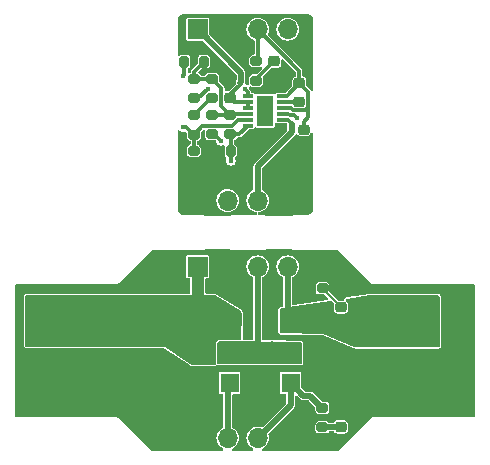
<source format=gbr>
%TF.GenerationSoftware,KiCad,Pcbnew,8.99.0-2194-gb3b7cbcab2*%
%TF.CreationDate,2024-10-21T15:03:13-04:00*%
%TF.ProjectId,shield,73686965-6c64-42e6-9b69-6361645f7063,V1.0*%
%TF.SameCoordinates,Original*%
%TF.FileFunction,Copper,L1,Top*%
%TF.FilePolarity,Positive*%
%FSLAX46Y46*%
G04 Gerber Fmt 4.6, Leading zero omitted, Abs format (unit mm)*
G04 Created by KiCad (PCBNEW 8.99.0-2194-gb3b7cbcab2) date 2024-10-21 15:03:13*
%MOMM*%
%LPD*%
G01*
G04 APERTURE LIST*
G04 Aperture macros list*
%AMRoundRect*
0 Rectangle with rounded corners*
0 $1 Rounding radius*
0 $2 $3 $4 $5 $6 $7 $8 $9 X,Y pos of 4 corners*
0 Add a 4 corners polygon primitive as box body*
4,1,4,$2,$3,$4,$5,$6,$7,$8,$9,$2,$3,0*
0 Add four circle primitives for the rounded corners*
1,1,$1+$1,$2,$3*
1,1,$1+$1,$4,$5*
1,1,$1+$1,$6,$7*
1,1,$1+$1,$8,$9*
0 Add four rect primitives between the rounded corners*
20,1,$1+$1,$2,$3,$4,$5,0*
20,1,$1+$1,$4,$5,$6,$7,0*
20,1,$1+$1,$6,$7,$8,$9,0*
20,1,$1+$1,$8,$9,$2,$3,0*%
G04 Aperture macros list end*
%TA.AperFunction,SMDPad,CuDef*%
%ADD10RoundRect,0.225000X0.250000X-0.225000X0.250000X0.225000X-0.250000X0.225000X-0.250000X-0.225000X0*%
%TD*%
%TA.AperFunction,ComponentPad*%
%ADD11R,1.625600X1.625600*%
%TD*%
%TA.AperFunction,ComponentPad*%
%ADD12C,1.625600*%
%TD*%
%TA.AperFunction,SMDPad,CuDef*%
%ADD13RoundRect,0.250000X-0.650000X0.325000X-0.650000X-0.325000X0.650000X-0.325000X0.650000X0.325000X0*%
%TD*%
%TA.AperFunction,SMDPad,CuDef*%
%ADD14RoundRect,0.250000X1.400000X1.000000X-1.400000X1.000000X-1.400000X-1.000000X1.400000X-1.000000X0*%
%TD*%
%TA.AperFunction,SMDPad,CuDef*%
%ADD15RoundRect,0.200000X-0.275000X0.200000X-0.275000X-0.200000X0.275000X-0.200000X0.275000X0.200000X0*%
%TD*%
%TA.AperFunction,SMDPad,CuDef*%
%ADD16RoundRect,0.200000X0.200000X0.275000X-0.200000X0.275000X-0.200000X-0.275000X0.200000X-0.275000X0*%
%TD*%
%TA.AperFunction,SMDPad,CuDef*%
%ADD17R,0.900000X0.300000*%
%TD*%
%TA.AperFunction,SMDPad,CuDef*%
%ADD18R,1.400000X2.600000*%
%TD*%
%TA.AperFunction,SMDPad,CuDef*%
%ADD19RoundRect,0.225000X-0.250000X0.225000X-0.250000X-0.225000X0.250000X-0.225000X0.250000X0.225000X0*%
%TD*%
%TA.AperFunction,SMDPad,CuDef*%
%ADD20RoundRect,0.218750X0.256250X-0.218750X0.256250X0.218750X-0.256250X0.218750X-0.256250X-0.218750X0*%
%TD*%
%TA.AperFunction,ComponentPad*%
%ADD21R,1.700000X1.700000*%
%TD*%
%TA.AperFunction,ComponentPad*%
%ADD22O,1.700000X1.700000*%
%TD*%
%TA.AperFunction,SMDPad,CuDef*%
%ADD23RoundRect,0.200000X0.275000X-0.200000X0.275000X0.200000X-0.275000X0.200000X-0.275000X-0.200000X0*%
%TD*%
%TA.AperFunction,SMDPad,CuDef*%
%ADD24RoundRect,0.218750X-0.256250X0.218750X-0.256250X-0.218750X0.256250X-0.218750X0.256250X0.218750X0*%
%TD*%
%TA.AperFunction,ComponentPad*%
%ADD25R,2.600000X2.600000*%
%TD*%
%TA.AperFunction,ComponentPad*%
%ADD26C,2.600000*%
%TD*%
%TA.AperFunction,ViaPad*%
%ADD27C,0.800000*%
%TD*%
%TA.AperFunction,ViaPad*%
%ADD28C,0.450000*%
%TD*%
%TA.AperFunction,Conductor*%
%ADD29C,0.300000*%
%TD*%
%TA.AperFunction,Conductor*%
%ADD30C,0.090000*%
%TD*%
%TA.AperFunction,Conductor*%
%ADD31C,0.199400*%
%TD*%
%TA.AperFunction,Conductor*%
%ADD32C,0.500000*%
%TD*%
%TA.AperFunction,Conductor*%
%ADD33C,1.000000*%
%TD*%
G04 APERTURE END LIST*
D10*
%TO.P,C3,1*%
%TO.N,Net-(C3-Pad1)*%
X157188085Y-122225283D03*
%TO.P,C3,2*%
%TO.N,GND*%
X157188085Y-120675283D03*
%TD*%
D11*
%TO.P,Q1,1,G*%
%TO.N,/DGATE*%
X147778085Y-118510283D03*
D12*
%TO.P,Q1,2,D*%
%TO.N,/C*%
X147778085Y-115970283D03*
%TO.P,Q1,3,S*%
%TO.N,VCC*%
X147778085Y-113430283D03*
%TD*%
D13*
%TO.P,C5,1*%
%TO.N,VCC_PROTECTED*%
X161148085Y-114165283D03*
%TO.P,C5,2*%
%TO.N,GND*%
X161148085Y-117115283D03*
%TD*%
D14*
%TO.P,D1,1,A1*%
%TO.N,GND*%
X137098085Y-119210283D03*
%TO.P,D1,2,A2*%
%TO.N,VCC*%
X137098085Y-112410283D03*
%TD*%
D15*
%TO.P,R7,1*%
%TO.N,/SW*%
X147816085Y-95790283D03*
%TO.P,R7,2*%
%TO.N,/EN{slash}UVLO*%
X147816085Y-97440283D03*
%TD*%
D16*
%TO.P,R6,1*%
%TO.N,/SW*%
X145608085Y-91290283D03*
%TO.P,R6,2*%
%TO.N,Net-(JP2-A)*%
X143958085Y-91290283D03*
%TD*%
D17*
%TO.P,U1,1,DGATE*%
%TO.N,/DGATE*%
X149322085Y-94216283D03*
%TO.P,U1,2,A*%
%TO.N,VCC*%
X149322085Y-94716283D03*
%TO.P,U1,3,VSNS*%
X149322085Y-95216283D03*
%TO.P,U1,4,SW*%
%TO.N,/SW*%
X149322085Y-95716283D03*
%TO.P,U1,5,OV*%
%TO.N,/OV*%
X149322085Y-96216283D03*
%TO.P,U1,6,EN/UVLO*%
%TO.N,/EN{slash}UVLO*%
X149322085Y-96716283D03*
%TO.P,U1,7,GND*%
%TO.N,GND*%
X152222085Y-96716283D03*
%TO.P,U1,8,HGATE*%
%TO.N,/HGATE*%
X152222085Y-96216283D03*
%TO.P,U1,9,OUT*%
%TO.N,VCC_PROTECTED*%
X152222085Y-95716283D03*
%TO.P,U1,10,VS*%
%TO.N,/C*%
X152222085Y-95216283D03*
%TO.P,U1,11,CAP*%
%TO.N,/CAP*%
X152222085Y-94716283D03*
%TO.P,U1,12,C*%
%TO.N,/C*%
X152222085Y-94216283D03*
D18*
%TO.P,U1,13,EP*%
%TO.N,unconnected-(U1-EP-Pad13)*%
X150772085Y-95466283D03*
%TD*%
D19*
%TO.P,C4,1*%
%TO.N,/C*%
X154048085Y-97045283D03*
%TO.P,C4,2*%
%TO.N,GND*%
X154048085Y-98595283D03*
%TD*%
D15*
%TO.P,R11,1*%
%TO.N,/C*%
X150028085Y-91245283D03*
%TO.P,R11,2*%
%TO.N,Net-(D3-A)*%
X150028085Y-92895283D03*
%TD*%
D10*
%TO.P,C1,1*%
%TO.N,VCC*%
X147826085Y-94365283D03*
%TO.P,C1,2*%
%TO.N,GND*%
X147826085Y-92815283D03*
%TD*%
D16*
%TO.P,R8,1*%
%TO.N,/EN{slash}UVLO*%
X147886085Y-98885283D03*
%TO.P,R8,2*%
%TO.N,GND*%
X146236085Y-98885283D03*
%TD*%
D15*
%TO.P,R1,1*%
%TO.N,/SW*%
X146296085Y-92750283D03*
%TO.P,R1,2*%
%TO.N,Net-(R1-Pad2)*%
X146296085Y-94400283D03*
%TD*%
D20*
%TO.P,D3,1,K*%
%TO.N,GND*%
X151568085Y-92837783D03*
%TO.P,D3,2,A*%
%TO.N,Net-(D3-A)*%
X151568085Y-91262783D03*
%TD*%
D21*
%TO.P,J6,1,Pin_1*%
%TO.N,GND*%
X145078085Y-123160283D03*
D22*
%TO.P,J6,2,Pin_2*%
%TO.N,/DGATE*%
X147618085Y-123160283D03*
%TO.P,J6,3,Pin_3*%
%TO.N,/HGATE*%
X150158085Y-123160283D03*
%TO.P,J6,4,Pin_4*%
%TO.N,GND*%
X152698085Y-123160283D03*
%TD*%
D15*
%TO.P,R9,1*%
%TO.N,/SW*%
X146286085Y-95790283D03*
%TO.P,R9,2*%
%TO.N,Net-(JP3-A)*%
X146286085Y-97440283D03*
%TD*%
%TO.P,R2,1*%
%TO.N,Net-(R1-Pad2)*%
X144758085Y-95825283D03*
%TO.P,R2,2*%
%TO.N,/OV*%
X144758085Y-97475283D03*
%TD*%
D11*
%TO.P,Q2,1,G*%
%TO.N,/HGATE*%
X152938085Y-118500283D03*
D12*
%TO.P,Q2,2,D*%
%TO.N,/C*%
X152938085Y-115960283D03*
%TO.P,Q2,3,S*%
%TO.N,VCC_PROTECTED*%
X152938085Y-113420283D03*
%TD*%
D19*
%TO.P,C2,1*%
%TO.N,/C*%
X153686085Y-93135283D03*
%TO.P,C2,2*%
%TO.N,/CAP*%
X153686085Y-94685283D03*
%TD*%
D23*
%TO.P,R4,1*%
%TO.N,Net-(C3-Pad1)*%
X155638085Y-122265283D03*
%TO.P,R4,2*%
%TO.N,/HGATE*%
X155638085Y-120615283D03*
%TD*%
D15*
%TO.P,R5,1*%
%TO.N,/SW*%
X144758085Y-92760283D03*
%TO.P,R5,2*%
%TO.N,Net-(JP1-A)*%
X144758085Y-94410283D03*
%TD*%
D21*
%TO.P,J4,1,Pin_1*%
%TO.N,GND*%
X145078085Y-103060283D03*
D22*
%TO.P,J4,2,Pin_2*%
%TO.N,/DGATE*%
X147618085Y-103060283D03*
%TO.P,J4,3,Pin_3*%
%TO.N,/HGATE*%
X150158085Y-103060283D03*
%TO.P,J4,4,Pin_4*%
%TO.N,GND*%
X152698085Y-103060283D03*
%TD*%
D15*
%TO.P,R3,1*%
%TO.N,/OV*%
X144748085Y-98860283D03*
%TO.P,R3,2*%
%TO.N,GND*%
X144748085Y-100510283D03*
%TD*%
D21*
%TO.P,J5,1,Pin_1*%
%TO.N,VCC*%
X145078085Y-108660283D03*
D22*
%TO.P,J5,2,Pin_2*%
%TO.N,GND*%
X147618085Y-108660283D03*
%TO.P,J5,3,Pin_3*%
%TO.N,/C*%
X150158085Y-108660283D03*
%TO.P,J5,4,Pin_4*%
%TO.N,VCC_PROTECTED*%
X152698085Y-108660283D03*
%TD*%
D24*
%TO.P,D2,1,K*%
%TO.N,GND*%
X157208085Y-110500283D03*
%TO.P,D2,2,A*%
%TO.N,Net-(D2-A)*%
X157208085Y-112075283D03*
%TD*%
D21*
%TO.P,J3,1,Pin_1*%
%TO.N,VCC*%
X145078085Y-88560283D03*
D22*
%TO.P,J3,2,Pin_2*%
%TO.N,GND*%
X147618085Y-88560283D03*
%TO.P,J3,3,Pin_3*%
%TO.N,/C*%
X150158085Y-88560283D03*
%TO.P,J3,4,Pin_4*%
%TO.N,VCC_PROTECTED*%
X152698085Y-88560283D03*
%TD*%
D23*
%TO.P,R10,1*%
%TO.N,VCC_PROTECTED*%
X155648085Y-112135283D03*
%TO.P,R10,2*%
%TO.N,Net-(D2-A)*%
X155648085Y-110485283D03*
%TD*%
D25*
%TO.P,J2,1,Pin_1*%
%TO.N,GND*%
X163778085Y-118260283D03*
D26*
%TO.P,J2,2,Pin_2*%
%TO.N,VCC_PROTECTED*%
X163778085Y-113180283D03*
%TD*%
D25*
%TO.P,J1,1,Pin_1*%
%TO.N,VCC*%
X131988085Y-113230283D03*
D26*
%TO.P,J1,2,Pin_2*%
%TO.N,GND*%
X131988085Y-118310283D03*
%TD*%
D27*
%TO.N,GND*%
X157998085Y-116240283D03*
D28*
X156948085Y-109350283D03*
D27*
X168118085Y-112130283D03*
X141888085Y-119220283D03*
X141878085Y-117230283D03*
X134738085Y-117260283D03*
X140088085Y-117250283D03*
X143638085Y-119230283D03*
X166408085Y-119250283D03*
X154658085Y-116720283D03*
X166388085Y-117350283D03*
X156458085Y-115910283D03*
X143658085Y-117230283D03*
D28*
X152538085Y-92630283D03*
D27*
X156588085Y-119310283D03*
X136528085Y-117240283D03*
D28*
X146328085Y-99830283D03*
D27*
X143638085Y-121010283D03*
X130168085Y-116250283D03*
X168088085Y-119280283D03*
X161458085Y-120110283D03*
D28*
X145598085Y-100330283D03*
D27*
X130108085Y-120110283D03*
X168088085Y-117350283D03*
X134738085Y-118410283D03*
X158038085Y-117740283D03*
X159748085Y-118380283D03*
X159858085Y-120110283D03*
X151238085Y-114300283D03*
X151218085Y-112260283D03*
X162958085Y-116310283D03*
X138308085Y-117240283D03*
D28*
X153878085Y-99650283D03*
D27*
X159438085Y-116620283D03*
X158308085Y-119640283D03*
X166358085Y-114150283D03*
X134718085Y-120140283D03*
X143658085Y-122800283D03*
X148584085Y-110970283D03*
X155608085Y-117950283D03*
X140078085Y-120970283D03*
X154558085Y-115020283D03*
D28*
X147218085Y-92070283D03*
D27*
X141868085Y-120950283D03*
X151278085Y-110400283D03*
D28*
X152118085Y-97280283D03*
D27*
X140098085Y-119240283D03*
X168138085Y-114180283D03*
X166408085Y-112130283D03*
X161428085Y-118440283D03*
%TO.N,VCC*%
X134738085Y-113280283D03*
X136508085Y-114990283D03*
X140278085Y-115020283D03*
X143848085Y-115000283D03*
X134728085Y-111470283D03*
X145478085Y-114060283D03*
X142078085Y-111470283D03*
X134718085Y-115010283D03*
X142088085Y-113280283D03*
X140308085Y-113280283D03*
X145498085Y-115850283D03*
X140298085Y-111470283D03*
X142068085Y-115000283D03*
X145478085Y-112280283D03*
X143828085Y-113190283D03*
X138288085Y-114990283D03*
D28*
%TO.N,Net-(JP1-A)*%
X145958085Y-93590283D03*
D27*
%TO.N,/C*%
X149308085Y-116510283D03*
X149308085Y-115410283D03*
X151398085Y-116500283D03*
X150348085Y-115410283D03*
X151388085Y-115410283D03*
X150378085Y-116510283D03*
D28*
%TO.N,Net-(JP2-A)*%
X143868085Y-92490283D03*
%TO.N,VCC_PROTECTED*%
X153468085Y-96030283D03*
D27*
X158198085Y-114900283D03*
X160238085Y-111450283D03*
X155948085Y-113640283D03*
X158848085Y-113400283D03*
X154478085Y-113660283D03*
X161828085Y-111460283D03*
X161828085Y-112980283D03*
X158588085Y-111640283D03*
X157408085Y-113660283D03*
X154288085Y-112320283D03*
X159528085Y-115020283D03*
X160238085Y-113010283D03*
D28*
%TO.N,/OV*%
X143866085Y-96845283D03*
%TO.N,Net-(JP3-A)*%
X147056085Y-98005283D03*
%TO.N,/EN{slash}UVLO*%
X147876085Y-99685283D03*
%TO.N,/DGATE*%
X149046085Y-93625283D03*
%TD*%
D29*
%TO.N,GND*%
X147826085Y-92678283D02*
X147218085Y-92070283D01*
X154048085Y-99480283D02*
X154048085Y-98595283D01*
X147826085Y-92815283D02*
X147826085Y-92678283D01*
X153878085Y-99650283D02*
X154048085Y-99480283D01*
X144748085Y-100510283D02*
X144928085Y-100330283D01*
X146236085Y-98885283D02*
X146236085Y-99738283D01*
D30*
X151568085Y-92837783D02*
X152330585Y-92837783D01*
D31*
X157208085Y-109610283D02*
X156948085Y-109350283D01*
X157208085Y-110500283D02*
X157208085Y-109610283D01*
D29*
X144928085Y-100330283D02*
X145598085Y-100330283D01*
X146236085Y-99738283D02*
X146328085Y-99830283D01*
X152222085Y-97176283D02*
X152222085Y-96716283D01*
D30*
X152330585Y-92837783D02*
X152538085Y-92630283D01*
D29*
X152118085Y-97280283D02*
X152222085Y-97176283D01*
D32*
%TO.N,VCC*%
X148748085Y-93004044D02*
X148661085Y-93091044D01*
D29*
X148177085Y-94716283D02*
X149322085Y-94716283D01*
X149322085Y-95216283D02*
X149322085Y-94716283D01*
X148661085Y-93091044D02*
X148661085Y-93232465D01*
X147826085Y-94365283D02*
X148177085Y-94716283D01*
D32*
X148748085Y-92230283D02*
X148748085Y-93004044D01*
D29*
X147826085Y-94067465D02*
X147826085Y-94365283D01*
D33*
X145078085Y-108660283D02*
X145078085Y-111880283D01*
D29*
X148661085Y-93232465D02*
X147826085Y-94067465D01*
D33*
X145078085Y-111880283D02*
X145478085Y-112280283D01*
D32*
X145078085Y-88560283D02*
X148748085Y-92230283D01*
%TO.N,Net-(C3-Pad1)*%
X157188085Y-122225283D02*
X155678085Y-122225283D01*
X155678085Y-122225283D02*
X155638085Y-122265283D01*
D29*
%TO.N,Net-(JP1-A)*%
X145138085Y-94410283D02*
X144758085Y-94410283D01*
X145958085Y-93590283D02*
X145138085Y-94410283D01*
D32*
%TO.N,/C*%
X150348085Y-115410283D02*
X150158085Y-115220283D01*
D29*
X154421085Y-95997283D02*
X154421085Y-93870283D01*
X154421085Y-93870283D02*
X153686085Y-93135283D01*
X154048085Y-97045283D02*
X154048085Y-96370283D01*
X150158085Y-91115283D02*
X150028085Y-91245283D01*
X154048085Y-96370283D02*
X154421085Y-95997283D01*
X153686085Y-92088283D02*
X153686085Y-93135283D01*
X154421085Y-95117411D02*
X154421085Y-94730283D01*
D32*
X150158085Y-115220283D02*
X150158085Y-108660283D01*
D29*
X152222085Y-94216283D02*
X152605085Y-94216283D01*
X153004085Y-95216283D02*
X153183085Y-95395283D01*
X153183085Y-95395283D02*
X154143213Y-95395283D01*
X150158085Y-88560283D02*
X153686085Y-92088283D01*
X150158085Y-88560283D02*
X150158085Y-91115283D01*
X152605085Y-94216283D02*
X153686085Y-93135283D01*
X154143213Y-95395283D02*
X154421085Y-95117411D01*
X152222085Y-95216283D02*
X153004085Y-95216283D01*
%TO.N,Net-(JP2-A)*%
X143958085Y-92400283D02*
X143868085Y-92490283D01*
X143958085Y-91290283D02*
X143958085Y-92400283D01*
%TO.N,/CAP*%
X152253085Y-94685283D02*
X152222085Y-94716283D01*
X153686085Y-94685283D02*
X152253085Y-94685283D01*
D31*
%TO.N,Net-(D2-A)*%
X155648085Y-110515283D02*
X157208085Y-112075283D01*
X155648085Y-110485283D02*
X155648085Y-110515283D01*
D29*
%TO.N,Net-(D3-A)*%
X150028085Y-92802783D02*
X151568085Y-91262783D01*
%TO.N,VCC_PROTECTED*%
X153468085Y-96030283D02*
X153253085Y-95815283D01*
X153253085Y-95815283D02*
X152861257Y-95815283D01*
D32*
X152698085Y-108660283D02*
X152698085Y-113180283D01*
D29*
X152861257Y-95815283D02*
X152762257Y-95716283D01*
D32*
X152698085Y-113180283D02*
X152938085Y-113420283D01*
D29*
X152762257Y-95716283D02*
X152222085Y-95716283D01*
%TO.N,/OV*%
X144128085Y-96845283D02*
X144758085Y-97475283D01*
X149322085Y-96216283D02*
X148521165Y-96216283D01*
X148521165Y-96216283D02*
X147957165Y-96780283D01*
X143866085Y-96845283D02*
X144128085Y-96845283D01*
X144748085Y-97485283D02*
X144758085Y-97475283D01*
X144748085Y-98860283D02*
X144748085Y-97485283D01*
X147957165Y-96780283D02*
X145453085Y-96780283D01*
X145453085Y-96780283D02*
X144758085Y-97475283D01*
%TO.N,Net-(JP3-A)*%
X146491085Y-97440283D02*
X147056085Y-98005283D01*
X146286085Y-97440283D02*
X146491085Y-97440283D01*
%TO.N,/SW*%
X149322085Y-95716283D02*
X147890085Y-95716283D01*
X144758085Y-92760283D02*
X144758085Y-92140283D01*
X144758085Y-92140283D02*
X145608085Y-91290283D01*
X147816085Y-95790283D02*
X146286085Y-95790283D01*
X147816085Y-95790283D02*
X147091085Y-95065283D01*
X147091085Y-95065283D02*
X147091085Y-93545283D01*
X146296085Y-92750283D02*
X144768085Y-92750283D01*
X147091085Y-93545283D02*
X146296085Y-92750283D01*
X147890085Y-95716283D02*
X147816085Y-95790283D01*
X144768085Y-92750283D02*
X144758085Y-92760283D01*
%TO.N,Net-(R1-Pad2)*%
X146183085Y-94400283D02*
X144758085Y-95825283D01*
X146296085Y-94400283D02*
X146183085Y-94400283D01*
%TO.N,/HGATE*%
X152708085Y-96216283D02*
X153032085Y-96540283D01*
D32*
X153032085Y-96540283D02*
X153032085Y-97285522D01*
X150158085Y-100159522D02*
X150158085Y-103060283D01*
X154033085Y-119595283D02*
X152938085Y-118500283D01*
X153032085Y-97285522D02*
X150158085Y-100159522D01*
X154618085Y-119595283D02*
X154033085Y-119595283D01*
D29*
X152222085Y-96216283D02*
X152708085Y-96216283D01*
D32*
X150158085Y-123160283D02*
X152938085Y-120380283D01*
X155638085Y-120615283D02*
X154618085Y-119595283D01*
X152938085Y-120380283D02*
X152938085Y-118500283D01*
D29*
%TO.N,/EN{slash}UVLO*%
X148598085Y-97440283D02*
X149322085Y-96716283D01*
X147876085Y-98895283D02*
X147886085Y-98885283D01*
X147886085Y-98885283D02*
X147886085Y-97510283D01*
X147816085Y-97440283D02*
X148598085Y-97440283D01*
X147876085Y-99685283D02*
X147876085Y-98895283D01*
X147886085Y-97510283D02*
X147816085Y-97440283D01*
D32*
%TO.N,/DGATE*%
X147618085Y-118670283D02*
X147778085Y-118510283D01*
D29*
X149322085Y-93901283D02*
X149046085Y-93625283D01*
X149322085Y-94216283D02*
X149322085Y-93901283D01*
D32*
X147618085Y-123160283D02*
X147618085Y-118670283D01*
%TD*%
%TA.AperFunction,Conductor*%
%TO.N,GND*%
G36*
X147682218Y-107147231D02*
G01*
X147719643Y-107153297D01*
X147936717Y-107223832D01*
X148169988Y-107260782D01*
X148212193Y-107260782D01*
X148222190Y-107260782D01*
X148222193Y-107260783D01*
X148288077Y-107260783D01*
X148353970Y-107260784D01*
X148353974Y-107260783D01*
X150376680Y-107260783D01*
X150376792Y-107260816D01*
X150428077Y-107260816D01*
X150428077Y-107260817D01*
X150546172Y-107260819D01*
X150779453Y-107223874D01*
X150924455Y-107176761D01*
X150963650Y-107170696D01*
X152978779Y-107185105D01*
X153016203Y-107191171D01*
X153116717Y-107223832D01*
X153116716Y-107223832D01*
X153233352Y-107242307D01*
X153349988Y-107260782D01*
X153392193Y-107260782D01*
X153402190Y-107260782D01*
X153402193Y-107260783D01*
X153468077Y-107260783D01*
X153533970Y-107260784D01*
X153533974Y-107260783D01*
X156412193Y-107260783D01*
X156919409Y-107260783D01*
X156986448Y-107280468D01*
X157007090Y-107297102D01*
X159673244Y-109963255D01*
X159673254Y-109963266D01*
X159677584Y-109967596D01*
X159677585Y-109967597D01*
X159770771Y-110060783D01*
X159850419Y-110106768D01*
X159850421Y-110106769D01*
X159850422Y-110106770D01*
X159884893Y-110126672D01*
X159884894Y-110126672D01*
X159884899Y-110126675D01*
X160012192Y-110160783D01*
X160012193Y-110160783D01*
X168453585Y-110160783D01*
X168520624Y-110180468D01*
X168566379Y-110233272D01*
X168577585Y-110284783D01*
X168577585Y-121235783D01*
X168557900Y-121302822D01*
X168505096Y-121348577D01*
X168453585Y-121359783D01*
X160012192Y-121359783D01*
X159884897Y-121393891D01*
X159770771Y-121459783D01*
X159770768Y-121459785D01*
X157007090Y-124223464D01*
X156945767Y-124256949D01*
X156919409Y-124259783D01*
X150633662Y-124259783D01*
X150566623Y-124240098D01*
X150520868Y-124187294D01*
X150510924Y-124118136D01*
X150539949Y-124054580D01*
X150575206Y-124026426D01*
X150694292Y-123962773D01*
X150840547Y-123842745D01*
X150960575Y-123696490D01*
X151049765Y-123529629D01*
X151104687Y-123348574D01*
X151123232Y-123160283D01*
X151104687Y-122971992D01*
X151068426Y-122852457D01*
X151067804Y-122782592D01*
X151099405Y-122728785D01*
X151809269Y-122018922D01*
X155052585Y-122018922D01*
X155052585Y-122511631D01*
X155052587Y-122511655D01*
X155055595Y-122537597D01*
X155055598Y-122537607D01*
X155102485Y-122643796D01*
X155102486Y-122643797D01*
X155184571Y-122725882D01*
X155290765Y-122772771D01*
X155316728Y-122775783D01*
X155959441Y-122775782D01*
X155967811Y-122774811D01*
X155985399Y-122772772D01*
X155985400Y-122772771D01*
X155985405Y-122772771D01*
X156091599Y-122725882D01*
X156173684Y-122643797D01*
X156173686Y-122643790D01*
X156176487Y-122639704D01*
X156230614Y-122595522D01*
X156278786Y-122585783D01*
X156552525Y-122585783D01*
X156619564Y-122605468D01*
X156654100Y-122638660D01*
X156659019Y-122645685D01*
X156659020Y-122645687D01*
X156742681Y-122729348D01*
X156849912Y-122779351D01*
X156898768Y-122785783D01*
X156898769Y-122785783D01*
X157477402Y-122785783D01*
X157500181Y-122782784D01*
X157526258Y-122779351D01*
X157633489Y-122729348D01*
X157717150Y-122645687D01*
X157767153Y-122538456D01*
X157773585Y-122489599D01*
X157773585Y-121960967D01*
X157767153Y-121912110D01*
X157717150Y-121804879D01*
X157633489Y-121721218D01*
X157526258Y-121671215D01*
X157526256Y-121671214D01*
X157526257Y-121671214D01*
X157477402Y-121664783D01*
X157477401Y-121664783D01*
X156898769Y-121664783D01*
X156898768Y-121664783D01*
X156849913Y-121671214D01*
X156742680Y-121721218D01*
X156659021Y-121804877D01*
X156654100Y-121811906D01*
X156599523Y-121855531D01*
X156552525Y-121864783D01*
X156203060Y-121864783D01*
X156136021Y-121845098D01*
X156115379Y-121828464D01*
X156091599Y-121804684D01*
X155985406Y-121757795D01*
X155959442Y-121754783D01*
X155316736Y-121754783D01*
X155316712Y-121754785D01*
X155290770Y-121757793D01*
X155290760Y-121757796D01*
X155184571Y-121804683D01*
X155102486Y-121886768D01*
X155055597Y-121992961D01*
X155052585Y-122018922D01*
X151809269Y-122018922D01*
X153226557Y-120601635D01*
X153274018Y-120519431D01*
X153298585Y-120427744D01*
X153298585Y-120332822D01*
X153298585Y-119669969D01*
X153318270Y-119602930D01*
X153371074Y-119557175D01*
X153440232Y-119547231D01*
X153503788Y-119576256D01*
X153510266Y-119582288D01*
X153744613Y-119816635D01*
X153811733Y-119883755D01*
X153893937Y-119931216D01*
X153985624Y-119955783D01*
X154417399Y-119955783D01*
X154484438Y-119975468D01*
X154505080Y-119992102D01*
X155016266Y-120503288D01*
X155049751Y-120564611D01*
X155052585Y-120590969D01*
X155052585Y-120861631D01*
X155052587Y-120861655D01*
X155055595Y-120887597D01*
X155055598Y-120887607D01*
X155102485Y-120993796D01*
X155102486Y-120993797D01*
X155184571Y-121075882D01*
X155290765Y-121122771D01*
X155316728Y-121125783D01*
X155959441Y-121125782D01*
X155967811Y-121124811D01*
X155985399Y-121122772D01*
X155985400Y-121122771D01*
X155985405Y-121122771D01*
X156091599Y-121075882D01*
X156173684Y-120993797D01*
X156220573Y-120887603D01*
X156223585Y-120861640D01*
X156223584Y-120368927D01*
X156220573Y-120342963D01*
X156216095Y-120332822D01*
X156173684Y-120236769D01*
X156091599Y-120154684D01*
X155985406Y-120107795D01*
X155959445Y-120104783D01*
X155959442Y-120104783D01*
X155688771Y-120104783D01*
X155621732Y-120085098D01*
X155601090Y-120068464D01*
X154839439Y-119306813D01*
X154839437Y-119306811D01*
X154798335Y-119283080D01*
X154757234Y-119259350D01*
X154711389Y-119247066D01*
X154665546Y-119234783D01*
X154665545Y-119234783D01*
X154233771Y-119234783D01*
X154166732Y-119215098D01*
X154146090Y-119198464D01*
X153897704Y-118950078D01*
X153864219Y-118888755D01*
X153861385Y-118862397D01*
X153861385Y-117676598D01*
X153861384Y-117676594D01*
X153854975Y-117644370D01*
X153854973Y-117644367D01*
X153830551Y-117607816D01*
X153794000Y-117583394D01*
X153793997Y-117583392D01*
X153761773Y-117576983D01*
X153761769Y-117576983D01*
X152114401Y-117576983D01*
X152114396Y-117576983D01*
X152082172Y-117583392D01*
X152082169Y-117583394D01*
X152045618Y-117607816D01*
X152021196Y-117644367D01*
X152021194Y-117644370D01*
X152014785Y-117676594D01*
X152014785Y-119323971D01*
X152021194Y-119356195D01*
X152021196Y-119356198D01*
X152045618Y-119392749D01*
X152082169Y-119417171D01*
X152082172Y-119417173D01*
X152114396Y-119423582D01*
X152114400Y-119423583D01*
X152114401Y-119423583D01*
X152453585Y-119423583D01*
X152520624Y-119443268D01*
X152566379Y-119496072D01*
X152577585Y-119547583D01*
X152577585Y-120179596D01*
X152557900Y-120246635D01*
X152541266Y-120267277D01*
X150589583Y-122218959D01*
X150528260Y-122252444D01*
X150465908Y-122249939D01*
X150346376Y-122213681D01*
X150158085Y-122195136D01*
X149969795Y-122213680D01*
X149788736Y-122268604D01*
X149621874Y-122357795D01*
X149475622Y-122477820D01*
X149355597Y-122624072D01*
X149266406Y-122790934D01*
X149211482Y-122971993D01*
X149192938Y-123160283D01*
X149211482Y-123348572D01*
X149266406Y-123529631D01*
X149355597Y-123696493D01*
X149475622Y-123842745D01*
X149621874Y-123962770D01*
X149621878Y-123962773D01*
X149740962Y-124026425D01*
X149790806Y-124075388D01*
X149806266Y-124143526D01*
X149782434Y-124209205D01*
X149726876Y-124251574D01*
X149682508Y-124259783D01*
X148093662Y-124259783D01*
X148026623Y-124240098D01*
X147980868Y-124187294D01*
X147970924Y-124118136D01*
X147999949Y-124054580D01*
X148035206Y-124026426D01*
X148154292Y-123962773D01*
X148300547Y-123842745D01*
X148420575Y-123696490D01*
X148509765Y-123529629D01*
X148564687Y-123348574D01*
X148583232Y-123160283D01*
X148564687Y-122971992D01*
X148509765Y-122790937D01*
X148420575Y-122624076D01*
X148405304Y-122605468D01*
X148300547Y-122477820D01*
X148154295Y-122357795D01*
X148154293Y-122357794D01*
X148154292Y-122357793D01*
X148044131Y-122298910D01*
X147994287Y-122249947D01*
X147978585Y-122189552D01*
X147978585Y-119557583D01*
X147998270Y-119490544D01*
X148051074Y-119444789D01*
X148102585Y-119433583D01*
X148601770Y-119433583D01*
X148601771Y-119433582D01*
X148612610Y-119431426D01*
X148633997Y-119427173D01*
X148633997Y-119427172D01*
X148634000Y-119427172D01*
X148670551Y-119402749D01*
X148694974Y-119366198D01*
X148701385Y-119333967D01*
X148701385Y-117686599D01*
X148699395Y-117676594D01*
X148694975Y-117654370D01*
X148694973Y-117654367D01*
X148670551Y-117617816D01*
X148634000Y-117593394D01*
X148633997Y-117593392D01*
X148601773Y-117586983D01*
X148601769Y-117586983D01*
X146954401Y-117586983D01*
X146954396Y-117586983D01*
X146922172Y-117593392D01*
X146922169Y-117593394D01*
X146885618Y-117617816D01*
X146861196Y-117654367D01*
X146861194Y-117654370D01*
X146854785Y-117686594D01*
X146854785Y-119333971D01*
X146861194Y-119366195D01*
X146861196Y-119366198D01*
X146885618Y-119402749D01*
X146907203Y-119417171D01*
X146916797Y-119423582D01*
X146922169Y-119427171D01*
X146922172Y-119427173D01*
X146954396Y-119433582D01*
X146954400Y-119433583D01*
X146954401Y-119433583D01*
X147133585Y-119433583D01*
X147200624Y-119453268D01*
X147246379Y-119506072D01*
X147257585Y-119557583D01*
X147257585Y-122189552D01*
X147237900Y-122256591D01*
X147192039Y-122298910D01*
X147081874Y-122357795D01*
X146935622Y-122477820D01*
X146815597Y-122624072D01*
X146726406Y-122790934D01*
X146671482Y-122971993D01*
X146652938Y-123160283D01*
X146671482Y-123348572D01*
X146726406Y-123529631D01*
X146815597Y-123696493D01*
X146935622Y-123842745D01*
X147081874Y-123962770D01*
X147081878Y-123962773D01*
X147200962Y-124026425D01*
X147250806Y-124075388D01*
X147266266Y-124143526D01*
X147242434Y-124209205D01*
X147186876Y-124251574D01*
X147142508Y-124259783D01*
X141236760Y-124259783D01*
X141169721Y-124240098D01*
X141149079Y-124223464D01*
X139778074Y-122852459D01*
X138385399Y-121459783D01*
X138328335Y-121426837D01*
X138271272Y-121393891D01*
X138207624Y-121376837D01*
X138143977Y-121359783D01*
X138143976Y-121359783D01*
X129702585Y-121359783D01*
X129635546Y-121340098D01*
X129589791Y-121287294D01*
X129578585Y-121235783D01*
X129578585Y-111184286D01*
X130362585Y-111184286D01*
X130362585Y-115336291D01*
X130365224Y-115360830D01*
X130365225Y-115360838D01*
X130376431Y-115412346D01*
X130402002Y-115463431D01*
X130424879Y-115489832D01*
X130447757Y-115516234D01*
X130447759Y-115516235D01*
X130447760Y-115516236D01*
X130502500Y-115551416D01*
X130502500Y-115551417D01*
X130502503Y-115551418D01*
X130502505Y-115551419D01*
X130569544Y-115571104D01*
X130602085Y-115575783D01*
X142206479Y-115575783D01*
X142273518Y-115595468D01*
X142274542Y-115596132D01*
X144146914Y-116825630D01*
X144146913Y-116825630D01*
X144513161Y-117066127D01*
X144514089Y-117066729D01*
X144514103Y-117066738D01*
X144516135Y-117068044D01*
X144547113Y-117082012D01*
X144614339Y-117101049D01*
X144646922Y-117105414D01*
X146466843Y-117087872D01*
X146502972Y-117087524D01*
X146503295Y-117087516D01*
X146506224Y-117087446D01*
X146513201Y-117087182D01*
X146548606Y-117080201D01*
X146548610Y-117080199D01*
X146548612Y-117080199D01*
X146572328Y-117071499D01*
X146614202Y-117056142D01*
X146614203Y-117056142D01*
X146666514Y-117017426D01*
X146667207Y-117016509D01*
X146675041Y-117011329D01*
X146705432Y-117001970D01*
X146735272Y-116991026D01*
X146739469Y-116991489D01*
X146741817Y-116990767D01*
X146747628Y-116992390D01*
X146778424Y-116995792D01*
X146820756Y-117008241D01*
X146853294Y-117012933D01*
X149211194Y-117013885D01*
X149234686Y-117020783D01*
X149381484Y-117020783D01*
X149404709Y-117013963D01*
X150264868Y-117014309D01*
X150299752Y-117019334D01*
X150304686Y-117020783D01*
X150304688Y-117020783D01*
X150451483Y-117020783D01*
X150451484Y-117020783D01*
X150456105Y-117019425D01*
X150491094Y-117014401D01*
X153783988Y-117015732D01*
X153808565Y-117013097D01*
X153860126Y-117001891D01*
X153911232Y-116976315D01*
X153964036Y-116930560D01*
X153999218Y-116875816D01*
X153999219Y-116875816D01*
X153999219Y-116875814D01*
X153999221Y-116875812D01*
X154018906Y-116808773D01*
X154023585Y-116776232D01*
X154023585Y-115153592D01*
X154021013Y-115129355D01*
X154010093Y-115078474D01*
X153984875Y-115027563D01*
X153939416Y-114974505D01*
X153939413Y-114974502D01*
X153884867Y-114939016D01*
X153884864Y-114939014D01*
X153817939Y-114918956D01*
X153801680Y-114916526D01*
X153785423Y-114914096D01*
X153739270Y-114913838D01*
X151479623Y-114901213D01*
X151479623Y-114901212D01*
X151466096Y-114901136D01*
X151461484Y-114899783D01*
X151314686Y-114899783D01*
X151312981Y-114900282D01*
X151302064Y-114900222D01*
X151302063Y-114900221D01*
X151302063Y-114900222D01*
X150641892Y-114896533D01*
X150574964Y-114876474D01*
X150529505Y-114823415D01*
X150518585Y-114772535D01*
X150518585Y-109631013D01*
X150538270Y-109563974D01*
X150584131Y-109521655D01*
X150694292Y-109462773D01*
X150840547Y-109342745D01*
X150960575Y-109196490D01*
X151049765Y-109029629D01*
X151104687Y-108848574D01*
X151123232Y-108660283D01*
X151732938Y-108660283D01*
X151751482Y-108848572D01*
X151751483Y-108848574D01*
X151806405Y-109029629D01*
X151875974Y-109159783D01*
X151895597Y-109196493D01*
X152015622Y-109342745D01*
X152161876Y-109462772D01*
X152179374Y-109472125D01*
X152272038Y-109521655D01*
X152321883Y-109570617D01*
X152337585Y-109631013D01*
X152337585Y-111930493D01*
X152317900Y-111997532D01*
X152265096Y-112043287D01*
X152231863Y-112053138D01*
X152116269Y-112070365D01*
X152116258Y-112070367D01*
X152116254Y-112070368D01*
X152100746Y-112073785D01*
X152100734Y-112073788D01*
X152100727Y-112073790D01*
X152078989Y-112080178D01*
X152068036Y-112083397D01*
X152025383Y-112106563D01*
X151972363Y-112152064D01*
X151972362Y-112152065D01*
X151936917Y-112206643D01*
X151936916Y-112206645D01*
X151916912Y-112273589D01*
X151912080Y-112306099D01*
X151912078Y-112306114D01*
X151903172Y-114176494D01*
X151904397Y-114188600D01*
X151905623Y-114200712D01*
X151916276Y-114251584D01*
X151941220Y-114302597D01*
X151986400Y-114355894D01*
X152040765Y-114391670D01*
X152107587Y-114412080D01*
X152140074Y-114417111D01*
X155659696Y-114455263D01*
X155706581Y-114465020D01*
X158228251Y-115529726D01*
X158228250Y-115529726D01*
X158275446Y-115549652D01*
X158340031Y-115576922D01*
X158362038Y-115583721D01*
X158362046Y-115583722D01*
X158362055Y-115583725D01*
X158408572Y-115593142D01*
X158410271Y-115593486D01*
X158433190Y-115595783D01*
X158433195Y-115595783D01*
X165434078Y-115595783D01*
X165434085Y-115595783D01*
X165458637Y-115593143D01*
X165510148Y-115581937D01*
X165561232Y-115556366D01*
X165614036Y-115510611D01*
X165649218Y-115455867D01*
X165649219Y-115455867D01*
X165649219Y-115455865D01*
X165649221Y-115455863D01*
X165668906Y-115388824D01*
X165673585Y-115356283D01*
X165673585Y-111203861D01*
X165670987Y-111179502D01*
X165659956Y-111128374D01*
X165634600Y-111077394D01*
X165589025Y-111024435D01*
X165561710Y-111006749D01*
X165534395Y-110989063D01*
X165534392Y-110989062D01*
X165467435Y-110969154D01*
X165467420Y-110969150D01*
X165434903Y-110964363D01*
X165434899Y-110964362D01*
X161927920Y-110952433D01*
X161927920Y-110952432D01*
X161910302Y-110952372D01*
X161901484Y-110949783D01*
X161754686Y-110949783D01*
X161747743Y-110951820D01*
X161731596Y-110951766D01*
X161731595Y-110951765D01*
X161731595Y-110951766D01*
X160353745Y-110947079D01*
X160319237Y-110942059D01*
X160311484Y-110939783D01*
X160164686Y-110939783D01*
X160164684Y-110939783D01*
X160164680Y-110939784D01*
X160159588Y-110941279D01*
X160124243Y-110946298D01*
X159687879Y-110944814D01*
X159681823Y-110945022D01*
X159679139Y-110945115D01*
X159660468Y-110946466D01*
X159660459Y-110946466D01*
X159660445Y-110946468D01*
X159651797Y-110947423D01*
X157686298Y-111240321D01*
X157680754Y-111241288D01*
X157668865Y-111243661D01*
X157632939Y-111257359D01*
X157632937Y-111257359D01*
X157572704Y-111292772D01*
X157572700Y-111292776D01*
X157528171Y-111340221D01*
X157528165Y-111340230D01*
X157502609Y-111390776D01*
X157502606Y-111390784D01*
X157496643Y-111402580D01*
X157496642Y-111402581D01*
X157491358Y-111431210D01*
X157489880Y-111436524D01*
X157474213Y-111461681D01*
X157460837Y-111488140D01*
X157455944Y-111491016D01*
X157452945Y-111495833D01*
X157426156Y-111508529D01*
X157400606Y-111523552D01*
X157392295Y-111524579D01*
X157389808Y-111525758D01*
X157386362Y-111525312D01*
X157370419Y-111527283D01*
X157008715Y-111527283D01*
X156941676Y-111507598D01*
X156921034Y-111490964D01*
X156268517Y-110838447D01*
X156235032Y-110777124D01*
X156233024Y-110736474D01*
X156233585Y-110731640D01*
X156233584Y-110238927D01*
X156232928Y-110233272D01*
X156230574Y-110212968D01*
X156230573Y-110212965D01*
X156230573Y-110212963D01*
X156183684Y-110106769D01*
X156101599Y-110024684D01*
X156101597Y-110024683D01*
X155995406Y-109977795D01*
X155969442Y-109974783D01*
X155326736Y-109974783D01*
X155326712Y-109974785D01*
X155300770Y-109977793D01*
X155300760Y-109977796D01*
X155194571Y-110024683D01*
X155112486Y-110106768D01*
X155065597Y-110212961D01*
X155062585Y-110238922D01*
X155062585Y-110731631D01*
X155062587Y-110731655D01*
X155065595Y-110757597D01*
X155065598Y-110757607D01*
X155112485Y-110863796D01*
X155112486Y-110863797D01*
X155194571Y-110945882D01*
X155300765Y-110992771D01*
X155326728Y-110995783D01*
X155779954Y-110995782D01*
X155846993Y-111015466D01*
X155867635Y-111032101D01*
X156110670Y-111275136D01*
X156144155Y-111336459D01*
X156139171Y-111406151D01*
X156097299Y-111462084D01*
X156041266Y-111485463D01*
X153200862Y-111908738D01*
X153131653Y-111899149D01*
X153078615Y-111853666D01*
X153058587Y-111786728D01*
X153058585Y-111786092D01*
X153058585Y-109631013D01*
X153078270Y-109563974D01*
X153124131Y-109521655D01*
X153234292Y-109462773D01*
X153380547Y-109342745D01*
X153500575Y-109196490D01*
X153589765Y-109029629D01*
X153644687Y-108848574D01*
X153663232Y-108660283D01*
X153644687Y-108471992D01*
X153589765Y-108290937D01*
X153500575Y-108124076D01*
X153500572Y-108124072D01*
X153380547Y-107977820D01*
X153234295Y-107857795D01*
X153234293Y-107857794D01*
X153234292Y-107857793D01*
X153067431Y-107768603D01*
X152942204Y-107730616D01*
X152886374Y-107713680D01*
X152698085Y-107695136D01*
X152509795Y-107713680D01*
X152328736Y-107768604D01*
X152161874Y-107857795D01*
X152015622Y-107977820D01*
X151895597Y-108124072D01*
X151806406Y-108290934D01*
X151751482Y-108471993D01*
X151732938Y-108660283D01*
X151123232Y-108660283D01*
X151104687Y-108471992D01*
X151049765Y-108290937D01*
X150960575Y-108124076D01*
X150960572Y-108124072D01*
X150840547Y-107977820D01*
X150694295Y-107857795D01*
X150694293Y-107857794D01*
X150694292Y-107857793D01*
X150527431Y-107768603D01*
X150402204Y-107730616D01*
X150346374Y-107713680D01*
X150158085Y-107695136D01*
X149969795Y-107713680D01*
X149788736Y-107768604D01*
X149621874Y-107857795D01*
X149475622Y-107977820D01*
X149355597Y-108124072D01*
X149266406Y-108290934D01*
X149211482Y-108471993D01*
X149192938Y-108660283D01*
X149211482Y-108848572D01*
X149211483Y-108848574D01*
X149266405Y-109029629D01*
X149335974Y-109159783D01*
X149355597Y-109196493D01*
X149475622Y-109342745D01*
X149621876Y-109462772D01*
X149639374Y-109472125D01*
X149732038Y-109521655D01*
X149781883Y-109570617D01*
X149797585Y-109631013D01*
X149797585Y-114767122D01*
X149777900Y-114834161D01*
X149725096Y-114879916D01*
X149672892Y-114891120D01*
X149016426Y-114887452D01*
X148949498Y-114867393D01*
X148904039Y-114814334D01*
X148893124Y-114762347D01*
X148912950Y-112541783D01*
X148912563Y-112538172D01*
X148910113Y-112515289D01*
X148897584Y-112459857D01*
X148870291Y-112407519D01*
X148823226Y-112355879D01*
X148797847Y-112334980D01*
X146567745Y-110979616D01*
X146567741Y-110979614D01*
X146567739Y-110979613D01*
X146538907Y-110967097D01*
X146538909Y-110967097D01*
X146484160Y-110951766D01*
X146474504Y-110949062D01*
X146474503Y-110949061D01*
X146474500Y-110949061D01*
X146474495Y-110949060D01*
X146443363Y-110944783D01*
X146443359Y-110944783D01*
X145812585Y-110944783D01*
X145745546Y-110925098D01*
X145699791Y-110872294D01*
X145688585Y-110820783D01*
X145688585Y-109744783D01*
X145708270Y-109677744D01*
X145761074Y-109631989D01*
X145812585Y-109620783D01*
X145938970Y-109620783D01*
X145938971Y-109620782D01*
X145949810Y-109618626D01*
X145971197Y-109614373D01*
X145971197Y-109614372D01*
X145971200Y-109614372D01*
X146007751Y-109589949D01*
X146032174Y-109553398D01*
X146032460Y-109551963D01*
X146038584Y-109521171D01*
X146038585Y-109521168D01*
X146038585Y-107799398D01*
X146038584Y-107799394D01*
X146032175Y-107767170D01*
X146032173Y-107767167D01*
X146007751Y-107730616D01*
X145971200Y-107706194D01*
X145971197Y-107706192D01*
X145938973Y-107699783D01*
X145938969Y-107699783D01*
X144217201Y-107699783D01*
X144217196Y-107699783D01*
X144184972Y-107706192D01*
X144184969Y-107706194D01*
X144148418Y-107730616D01*
X144123996Y-107767167D01*
X144123994Y-107767170D01*
X144117585Y-107799394D01*
X144117585Y-109521171D01*
X144123994Y-109553395D01*
X144123996Y-109553398D01*
X144148418Y-109589949D01*
X144184969Y-109614371D01*
X144184972Y-109614373D01*
X144217196Y-109620782D01*
X144217200Y-109620783D01*
X144217201Y-109620783D01*
X144343585Y-109620783D01*
X144410624Y-109640468D01*
X144456379Y-109693272D01*
X144467585Y-109744783D01*
X144467585Y-110820783D01*
X144447900Y-110887822D01*
X144395096Y-110933577D01*
X144343585Y-110944783D01*
X130602076Y-110944783D01*
X130577537Y-110947422D01*
X130577529Y-110947423D01*
X130526021Y-110958629D01*
X130474936Y-110984200D01*
X130422134Y-111029955D01*
X130422131Y-111029958D01*
X130386951Y-111084698D01*
X130386950Y-111084698D01*
X130367265Y-111151736D01*
X130367264Y-111151741D01*
X130367264Y-111151742D01*
X130363273Y-111179502D01*
X130362585Y-111184286D01*
X129578585Y-111184286D01*
X129578585Y-110284783D01*
X129598270Y-110217744D01*
X129651074Y-110171989D01*
X129702585Y-110160783D01*
X138143975Y-110160783D01*
X138143977Y-110160783D01*
X138271271Y-110126675D01*
X138385399Y-110060783D01*
X141149079Y-107297101D01*
X141210402Y-107263617D01*
X141236760Y-107260783D01*
X141312193Y-107260783D01*
X145337416Y-107260783D01*
X145362315Y-107264856D01*
X145403048Y-107260783D01*
X145443977Y-107260783D01*
X145458234Y-107256962D01*
X145478046Y-107253348D01*
X145542039Y-107246988D01*
X145542040Y-107246988D01*
X145596073Y-107233089D01*
X145764243Y-107189834D01*
X145870096Y-107144598D01*
X145919701Y-107134628D01*
X147682218Y-107147231D01*
G37*
%TD.AperFunction*%
%TA.AperFunction,Conductor*%
G36*
X151720331Y-96470170D02*
G01*
X151724232Y-96469610D01*
X151730755Y-96470727D01*
X151761201Y-96476783D01*
X152170268Y-96476783D01*
X152547585Y-96476783D01*
X152614624Y-96496468D01*
X152660379Y-96549272D01*
X152671585Y-96600783D01*
X152671585Y-97084836D01*
X152651900Y-97151875D01*
X152635266Y-97172517D01*
X149869615Y-99938167D01*
X149869613Y-99938170D01*
X149822152Y-100020372D01*
X149797585Y-100112061D01*
X149797585Y-102089552D01*
X149777900Y-102156591D01*
X149732039Y-102198910D01*
X149621874Y-102257795D01*
X149475622Y-102377820D01*
X149355597Y-102524072D01*
X149266406Y-102690934D01*
X149211482Y-102871993D01*
X149192938Y-103060283D01*
X149211482Y-103248572D01*
X149266406Y-103429631D01*
X149355597Y-103596493D01*
X149475622Y-103742745D01*
X149619141Y-103860527D01*
X149621878Y-103862773D01*
X149788739Y-103951963D01*
X149969794Y-104006885D01*
X150025586Y-104012380D01*
X150090373Y-104038541D01*
X150130732Y-104095575D01*
X150133849Y-104165375D01*
X150098735Y-104225780D01*
X150036537Y-104257611D01*
X150013432Y-104259783D01*
X148353974Y-104259783D01*
X148353970Y-104259782D01*
X148288077Y-104259783D01*
X148214462Y-104259783D01*
X148213932Y-104259817D01*
X148169988Y-104259817D01*
X147936721Y-104296766D01*
X147852250Y-104324214D01*
X147813931Y-104330283D01*
X145768547Y-104330283D01*
X145731407Y-104324590D01*
X145619586Y-104289486D01*
X145489070Y-104269482D01*
X145392796Y-104254727D01*
X145392794Y-104254727D01*
X145392788Y-104254726D01*
X145281105Y-104254793D01*
X145281100Y-104254793D01*
X145278078Y-104254795D01*
X145212185Y-104254796D01*
X145196566Y-104258980D01*
X145183367Y-104259634D01*
X145181608Y-104259210D01*
X145177239Y-104259786D01*
X143883168Y-104259845D01*
X143869279Y-104259065D01*
X143779137Y-104248909D01*
X143752067Y-104242730D01*
X143672870Y-104215018D01*
X143647852Y-104202969D01*
X143576805Y-104158325D01*
X143555095Y-104141011D01*
X143547965Y-104133881D01*
X143495769Y-104081681D01*
X143478457Y-104059971D01*
X143433819Y-103988924D01*
X143421772Y-103963906D01*
X143394063Y-103884708D01*
X143387885Y-103857636D01*
X143377677Y-103767001D01*
X143376899Y-103753134D01*
X143376903Y-103694481D01*
X143376899Y-103694466D01*
X143376899Y-103060283D01*
X146652938Y-103060283D01*
X146671482Y-103248572D01*
X146726406Y-103429631D01*
X146815597Y-103596493D01*
X146935622Y-103742745D01*
X147079141Y-103860527D01*
X147081878Y-103862773D01*
X147248739Y-103951963D01*
X147429794Y-104006885D01*
X147618085Y-104025430D01*
X147806376Y-104006885D01*
X147987431Y-103951963D01*
X148154292Y-103862773D01*
X148300547Y-103742745D01*
X148420575Y-103596490D01*
X148509765Y-103429629D01*
X148564687Y-103248574D01*
X148583232Y-103060283D01*
X148564687Y-102871992D01*
X148509765Y-102690937D01*
X148420575Y-102524076D01*
X148420572Y-102524072D01*
X148300547Y-102377820D01*
X148154295Y-102257795D01*
X148154293Y-102257794D01*
X148154292Y-102257793D01*
X147987431Y-102168603D01*
X147896903Y-102141142D01*
X147806374Y-102113680D01*
X147618085Y-102095136D01*
X147429795Y-102113680D01*
X147248736Y-102168604D01*
X147081874Y-102257795D01*
X146935622Y-102377820D01*
X146815597Y-102524072D01*
X146726406Y-102690934D01*
X146671482Y-102871993D01*
X146652938Y-103060283D01*
X143376899Y-103060283D01*
X143376899Y-97221852D01*
X143396584Y-97154813D01*
X143449388Y-97109058D01*
X143518546Y-97099114D01*
X143582102Y-97128139D01*
X143588580Y-97134171D01*
X143627737Y-97173328D01*
X143627739Y-97173329D01*
X143627743Y-97173333D01*
X143740781Y-97230929D01*
X143740782Y-97230929D01*
X143740784Y-97230930D01*
X143866082Y-97250775D01*
X143866085Y-97250775D01*
X143866088Y-97250775D01*
X143991385Y-97230930D01*
X143991386Y-97230929D01*
X143991389Y-97230929D01*
X143992286Y-97230471D01*
X143993496Y-97230244D01*
X144000668Y-97227914D01*
X144000969Y-97228840D01*
X144060953Y-97217572D01*
X144125695Y-97243846D01*
X144165955Y-97300950D01*
X144172585Y-97340954D01*
X144172585Y-97721631D01*
X144172587Y-97721655D01*
X144175595Y-97747597D01*
X144175598Y-97747607D01*
X144222485Y-97853796D01*
X144222486Y-97853797D01*
X144304571Y-97935882D01*
X144410765Y-97982771D01*
X144410768Y-97982771D01*
X144413671Y-97984053D01*
X144427875Y-97996051D01*
X144444788Y-98003775D01*
X144454012Y-98018129D01*
X144467047Y-98029139D01*
X144472509Y-98046910D01*
X144482562Y-98062553D01*
X144487171Y-98094612D01*
X144487575Y-98095925D01*
X144487585Y-98097488D01*
X144487585Y-98234403D01*
X144467900Y-98301442D01*
X144415096Y-98347197D01*
X144405951Y-98350504D01*
X144294571Y-98399683D01*
X144212486Y-98481768D01*
X144165597Y-98587961D01*
X144162585Y-98613922D01*
X144162585Y-99106631D01*
X144162587Y-99106655D01*
X144165595Y-99132597D01*
X144165598Y-99132607D01*
X144212485Y-99238796D01*
X144212486Y-99238797D01*
X144294571Y-99320882D01*
X144400765Y-99367771D01*
X144426728Y-99370783D01*
X145069441Y-99370782D01*
X145077811Y-99369811D01*
X145095399Y-99367772D01*
X145095400Y-99367771D01*
X145095405Y-99367771D01*
X145201599Y-99320882D01*
X145283684Y-99238797D01*
X145330573Y-99132603D01*
X145333585Y-99106640D01*
X145333584Y-98613927D01*
X145330573Y-98587963D01*
X145283684Y-98481769D01*
X145201599Y-98399684D01*
X145149758Y-98376794D01*
X145086872Y-98349027D01*
X145087936Y-98346616D01*
X145076505Y-98339589D01*
X145051382Y-98328116D01*
X145047161Y-98321549D01*
X145040512Y-98317461D01*
X145028539Y-98292572D01*
X145013608Y-98269338D01*
X145012007Y-98258203D01*
X145010224Y-98254497D01*
X145008585Y-98234403D01*
X145008585Y-98103883D01*
X145028270Y-98036844D01*
X145081074Y-97991089D01*
X145100035Y-97984231D01*
X145105396Y-97982772D01*
X145105405Y-97982771D01*
X145211599Y-97935882D01*
X145293684Y-97853797D01*
X145340573Y-97747603D01*
X145343585Y-97721640D01*
X145343584Y-97309546D01*
X145352230Y-97280100D01*
X145358752Y-97250120D01*
X145362504Y-97245106D01*
X145363268Y-97242508D01*
X145379903Y-97221866D01*
X145449894Y-97151875D01*
X145488905Y-97112864D01*
X145550227Y-97079380D01*
X145619919Y-97084364D01*
X145675852Y-97126236D01*
X145700269Y-97191700D01*
X145700585Y-97200546D01*
X145700585Y-97686631D01*
X145700587Y-97686655D01*
X145703595Y-97712597D01*
X145703598Y-97712607D01*
X145750485Y-97818796D01*
X145750486Y-97818797D01*
X145832571Y-97900882D01*
X145938765Y-97947771D01*
X145964728Y-97950783D01*
X146536054Y-97950782D01*
X146603093Y-97970466D01*
X146648848Y-98023270D01*
X146658527Y-98055384D01*
X146670437Y-98130583D01*
X146670437Y-98130584D01*
X146670439Y-98130587D01*
X146728035Y-98243625D01*
X146728037Y-98243627D01*
X146728039Y-98243630D01*
X146817737Y-98333328D01*
X146817739Y-98333329D01*
X146817743Y-98333333D01*
X146930781Y-98390929D01*
X146930782Y-98390929D01*
X146930784Y-98390930D01*
X147056082Y-98410775D01*
X147056085Y-98410775D01*
X147056088Y-98410775D01*
X147181385Y-98390930D01*
X147181385Y-98390929D01*
X147181389Y-98390929D01*
X147209131Y-98376793D01*
X147277797Y-98363896D01*
X147342538Y-98390170D01*
X147382797Y-98447275D01*
X147385791Y-98517081D01*
X147378866Y-98537351D01*
X147378598Y-98537956D01*
X147378597Y-98537961D01*
X147375585Y-98563922D01*
X147375585Y-99206631D01*
X147375587Y-99206655D01*
X147378595Y-99232597D01*
X147378598Y-99232607D01*
X147425485Y-99338796D01*
X147479468Y-99392779D01*
X147512953Y-99454102D01*
X147507969Y-99523794D01*
X147502273Y-99536753D01*
X147490438Y-99559980D01*
X147490437Y-99559982D01*
X147470593Y-99685279D01*
X147470593Y-99685286D01*
X147490437Y-99810583D01*
X147490437Y-99810584D01*
X147490439Y-99810587D01*
X147548035Y-99923625D01*
X147548037Y-99923627D01*
X147548039Y-99923630D01*
X147637737Y-100013328D01*
X147637739Y-100013329D01*
X147637743Y-100013333D01*
X147750781Y-100070929D01*
X147750782Y-100070929D01*
X147750784Y-100070930D01*
X147876082Y-100090775D01*
X147876085Y-100090775D01*
X147876088Y-100090775D01*
X148001385Y-100070930D01*
X148001386Y-100070930D01*
X148001387Y-100070929D01*
X148001389Y-100070929D01*
X148114427Y-100013333D01*
X148204135Y-99923625D01*
X148261731Y-99810587D01*
X148261731Y-99810585D01*
X148261732Y-99810584D01*
X148261732Y-99810583D01*
X148281577Y-99685286D01*
X148281577Y-99685279D01*
X148261732Y-99559982D01*
X148261731Y-99559979D01*
X148256649Y-99550005D01*
X148243752Y-99481335D01*
X148270028Y-99416595D01*
X148279435Y-99406045D01*
X148346684Y-99338797D01*
X148393573Y-99232603D01*
X148396585Y-99206640D01*
X148396584Y-98563927D01*
X148393573Y-98537963D01*
X148346684Y-98431769D01*
X148264599Y-98349684D01*
X148220497Y-98330211D01*
X148206294Y-98318213D01*
X148189382Y-98310490D01*
X148180156Y-98296134D01*
X148167122Y-98285124D01*
X148161660Y-98267353D01*
X148151608Y-98251712D01*
X148146997Y-98219648D01*
X148146595Y-98218338D01*
X148146585Y-98216777D01*
X148146585Y-98035996D01*
X148166270Y-97968957D01*
X148219074Y-97923202D01*
X148220499Y-97922562D01*
X148234124Y-97916545D01*
X148269599Y-97900882D01*
X148351684Y-97818797D01*
X148371157Y-97774694D01*
X148416241Y-97721321D01*
X148483027Y-97700793D01*
X148484590Y-97700783D01*
X148649901Y-97700783D01*
X148649902Y-97700783D01*
X148745646Y-97661124D01*
X149393669Y-97013102D01*
X149454992Y-96979617D01*
X149481350Y-96976783D01*
X149782970Y-96976783D01*
X149782971Y-96976782D01*
X149793810Y-96974626D01*
X149815197Y-96970373D01*
X149815197Y-96970372D01*
X149815200Y-96970372D01*
X149851751Y-96945949D01*
X149873184Y-96913872D01*
X149926792Y-96869070D01*
X149996117Y-96860361D01*
X150023739Y-96868205D01*
X150028972Y-96870373D01*
X150061196Y-96876782D01*
X150061200Y-96876783D01*
X150061201Y-96876783D01*
X151482970Y-96876783D01*
X151482971Y-96876782D01*
X151493810Y-96874626D01*
X151515197Y-96870373D01*
X151515197Y-96870372D01*
X151515200Y-96870372D01*
X151551751Y-96845949D01*
X151576174Y-96809398D01*
X151580096Y-96789683D01*
X151582584Y-96777171D01*
X151582585Y-96777168D01*
X151582585Y-96592348D01*
X151588520Y-96572132D01*
X151589649Y-96551093D01*
X151598167Y-96539280D01*
X151602270Y-96525309D01*
X151618190Y-96511513D01*
X151630516Y-96494422D01*
X151644069Y-96489089D01*
X151655074Y-96479554D01*
X151675926Y-96476555D01*
X151695535Y-96468841D01*
X151720331Y-96470170D01*
G37*
%TD.AperFunction*%
%TA.AperFunction,Conductor*%
G36*
X154801450Y-97319840D02*
G01*
X154846785Y-97373005D01*
X154857585Y-97423620D01*
X154857585Y-103808850D01*
X154856806Y-103822728D01*
X154853675Y-103850527D01*
X154847497Y-103877598D01*
X154819792Y-103956786D01*
X154807745Y-103981806D01*
X154763112Y-104052844D01*
X154745799Y-104074554D01*
X154686475Y-104133881D01*
X154664765Y-104151195D01*
X154593724Y-104195834D01*
X154568706Y-104207882D01*
X154489520Y-104235591D01*
X154462449Y-104241770D01*
X154400358Y-104248766D01*
X154372017Y-104251959D01*
X154358136Y-104252739D01*
X154296179Y-104252739D01*
X154287618Y-104253332D01*
X153462324Y-104259813D01*
X153461351Y-104259817D01*
X153349988Y-104259817D01*
X153116721Y-104296766D01*
X153032250Y-104324214D01*
X152993931Y-104330283D01*
X150902373Y-104330283D01*
X150864056Y-104324214D01*
X150779454Y-104296726D01*
X150546172Y-104259781D01*
X150428077Y-104259783D01*
X150302738Y-104259783D01*
X150235699Y-104240098D01*
X150189944Y-104187294D01*
X150180000Y-104118136D01*
X150209025Y-104054580D01*
X150267803Y-104016806D01*
X150290584Y-104012380D01*
X150346376Y-104006885D01*
X150527431Y-103951963D01*
X150694292Y-103862773D01*
X150840547Y-103742745D01*
X150960575Y-103596490D01*
X151049765Y-103429629D01*
X151104687Y-103248574D01*
X151123232Y-103060283D01*
X151104687Y-102871992D01*
X151049765Y-102690937D01*
X150960575Y-102524076D01*
X150960572Y-102524072D01*
X150840547Y-102377820D01*
X150694295Y-102257795D01*
X150694293Y-102257794D01*
X150694292Y-102257793D01*
X150584131Y-102198910D01*
X150534287Y-102149947D01*
X150518585Y-102089552D01*
X150518585Y-100360208D01*
X150538270Y-100293169D01*
X150554904Y-100272527D01*
X151720800Y-99106631D01*
X153320557Y-97506874D01*
X153327474Y-97494892D01*
X153378040Y-97446676D01*
X153446647Y-97433452D01*
X153511512Y-97459419D01*
X153522543Y-97469210D01*
X153602681Y-97549348D01*
X153709912Y-97599351D01*
X153758768Y-97605783D01*
X153758769Y-97605783D01*
X154337402Y-97605783D01*
X154353686Y-97603639D01*
X154386258Y-97599351D01*
X154493489Y-97549348D01*
X154577150Y-97465687D01*
X154621203Y-97371214D01*
X154667375Y-97318776D01*
X154734569Y-97299624D01*
X154801450Y-97319840D01*
G37*
%TD.AperFunction*%
%TA.AperFunction,Conductor*%
G36*
X152358786Y-91129833D02*
G01*
X152365265Y-91135865D01*
X153389266Y-92159866D01*
X153422751Y-92221189D01*
X153425585Y-92247547D01*
X153425585Y-92465999D01*
X153405900Y-92533038D01*
X153353990Y-92578381D01*
X153347912Y-92581214D01*
X153347912Y-92581215D01*
X153315641Y-92596262D01*
X153240680Y-92631218D01*
X153157020Y-92714878D01*
X153107016Y-92822111D01*
X153100585Y-92870966D01*
X153100585Y-93301018D01*
X153080900Y-93368057D01*
X153064266Y-93388699D01*
X152533502Y-93919464D01*
X152472179Y-93952949D01*
X152445821Y-93955783D01*
X151761196Y-93955783D01*
X151728972Y-93962192D01*
X151728969Y-93962194D01*
X151692419Y-93986616D01*
X151670987Y-94018692D01*
X151617374Y-94063496D01*
X151548049Y-94072203D01*
X151520433Y-94064361D01*
X151515200Y-94062193D01*
X151482973Y-94055783D01*
X151482969Y-94055783D01*
X150061201Y-94055783D01*
X150061196Y-94055783D01*
X150028967Y-94062193D01*
X150023733Y-94064362D01*
X149954264Y-94071829D01*
X149891786Y-94040552D01*
X149873183Y-94018692D01*
X149851751Y-93986617D01*
X149815200Y-93962194D01*
X149815197Y-93962192D01*
X149782973Y-93955783D01*
X149782969Y-93955783D01*
X149705497Y-93955783D01*
X149682335Y-93948982D01*
X149658328Y-93946461D01*
X149649416Y-93939315D01*
X149638458Y-93936098D01*
X149622652Y-93917857D01*
X149603816Y-93902755D01*
X149598250Y-93889696D01*
X149592703Y-93883294D01*
X149587940Y-93871233D01*
X149582585Y-93855275D01*
X149582585Y-93849466D01*
X149573952Y-93828625D01*
X149572314Y-93824672D01*
X149572311Y-93824661D01*
X149542927Y-93753722D01*
X149542926Y-93753720D01*
X149487046Y-93697840D01*
X149476846Y-93679160D01*
X149462680Y-93663276D01*
X149455509Y-93640085D01*
X149453561Y-93636517D01*
X149452254Y-93629557D01*
X149432047Y-93501976D01*
X149441002Y-93432683D01*
X149485998Y-93379231D01*
X149552749Y-93358591D01*
X149604606Y-93369143D01*
X149680765Y-93402771D01*
X149706728Y-93405783D01*
X150349441Y-93405782D01*
X150357811Y-93404811D01*
X150375399Y-93402772D01*
X150375400Y-93402771D01*
X150375405Y-93402771D01*
X150481599Y-93355882D01*
X150563684Y-93273797D01*
X150610573Y-93167603D01*
X150613585Y-93141640D01*
X150613584Y-92648927D01*
X150613583Y-92648920D01*
X150613377Y-92645352D01*
X150615052Y-92645255D01*
X150625741Y-92582978D01*
X150649410Y-92549858D01*
X151352168Y-91847101D01*
X151413491Y-91813616D01*
X151439849Y-91810782D01*
X151862907Y-91810782D01*
X151862913Y-91810782D01*
X151910866Y-91804470D01*
X152016098Y-91755399D01*
X152098201Y-91673296D01*
X152147272Y-91568064D01*
X152153585Y-91520112D01*
X152153584Y-91223544D01*
X152173268Y-91156507D01*
X152226072Y-91110752D01*
X152295231Y-91100808D01*
X152358786Y-91129833D01*
G37*
%TD.AperFunction*%
%TA.AperFunction,Conductor*%
G36*
X154365046Y-87261630D02*
G01*
X154455352Y-87271804D01*
X154482418Y-87277981D01*
X154561620Y-87305695D01*
X154586636Y-87317742D01*
X154657680Y-87362384D01*
X154679381Y-87379690D01*
X154738716Y-87439026D01*
X154756026Y-87460733D01*
X154800663Y-87531776D01*
X154812711Y-87556796D01*
X154840420Y-87635993D01*
X154846598Y-87663064D01*
X154856805Y-87753686D01*
X154857584Y-87767563D01*
X154857584Y-87778649D01*
X154857582Y-87826216D01*
X154857584Y-87826226D01*
X154857585Y-87834498D01*
X154857585Y-93639019D01*
X154837900Y-93706058D01*
X154785096Y-93751813D01*
X154715938Y-93761757D01*
X154652382Y-93732732D01*
X154645904Y-93726700D01*
X154307904Y-93388700D01*
X154274419Y-93327377D01*
X154271585Y-93301019D01*
X154271585Y-92870966D01*
X154265153Y-92822111D01*
X154265153Y-92822110D01*
X154215150Y-92714879D01*
X154131489Y-92631218D01*
X154024258Y-92581215D01*
X154024257Y-92581214D01*
X154018180Y-92578381D01*
X153965741Y-92532209D01*
X153946585Y-92465999D01*
X153946585Y-92036467D01*
X153946585Y-92036466D01*
X153906926Y-91940722D01*
X153833646Y-91867442D01*
X151061175Y-89094971D01*
X151027690Y-89033648D01*
X151032674Y-88963956D01*
X151039495Y-88948841D01*
X151049765Y-88929629D01*
X151104687Y-88748574D01*
X151123232Y-88560283D01*
X151732938Y-88560283D01*
X151751482Y-88748572D01*
X151751483Y-88748574D01*
X151806405Y-88929629D01*
X151869290Y-89047278D01*
X151895597Y-89096493D01*
X152015622Y-89242745D01*
X152161874Y-89362770D01*
X152161878Y-89362773D01*
X152328739Y-89451963D01*
X152509794Y-89506885D01*
X152698085Y-89525430D01*
X152886376Y-89506885D01*
X153067431Y-89451963D01*
X153234292Y-89362773D01*
X153380547Y-89242745D01*
X153500575Y-89096490D01*
X153589765Y-88929629D01*
X153644687Y-88748574D01*
X153663232Y-88560283D01*
X153644687Y-88371992D01*
X153589765Y-88190937D01*
X153500575Y-88024076D01*
X153500572Y-88024072D01*
X153380547Y-87877820D01*
X153234295Y-87757795D01*
X153234293Y-87757794D01*
X153234292Y-87757793D01*
X153067431Y-87668603D01*
X152976903Y-87641142D01*
X152886374Y-87613680D01*
X152698085Y-87595136D01*
X152509795Y-87613680D01*
X152328736Y-87668604D01*
X152161874Y-87757795D01*
X152015622Y-87877820D01*
X151895597Y-88024072D01*
X151806406Y-88190934D01*
X151751482Y-88371993D01*
X151732938Y-88560283D01*
X151123232Y-88560283D01*
X151104687Y-88371992D01*
X151049765Y-88190937D01*
X150960575Y-88024076D01*
X150960572Y-88024072D01*
X150840547Y-87877820D01*
X150694295Y-87757795D01*
X150694293Y-87757794D01*
X150694292Y-87757793D01*
X150527431Y-87668603D01*
X150436903Y-87641142D01*
X150346374Y-87613680D01*
X150158085Y-87595136D01*
X149969795Y-87613680D01*
X149788736Y-87668604D01*
X149621874Y-87757795D01*
X149475622Y-87877820D01*
X149355597Y-88024072D01*
X149266406Y-88190934D01*
X149211482Y-88371993D01*
X149192938Y-88560283D01*
X149211482Y-88748572D01*
X149211483Y-88748574D01*
X149266405Y-88929629D01*
X149329290Y-89047278D01*
X149355597Y-89096493D01*
X149475622Y-89242745D01*
X149621874Y-89362770D01*
X149621878Y-89362773D01*
X149730225Y-89420686D01*
X149788740Y-89451964D01*
X149802932Y-89456268D01*
X149809575Y-89458283D01*
X149868015Y-89496578D01*
X149896475Y-89560389D01*
X149897585Y-89576945D01*
X149897585Y-90610783D01*
X149877900Y-90677822D01*
X149825096Y-90723577D01*
X149773587Y-90734783D01*
X149706725Y-90734783D01*
X149680770Y-90737793D01*
X149680760Y-90737796D01*
X149574571Y-90784683D01*
X149492486Y-90866768D01*
X149445597Y-90972961D01*
X149442585Y-90998922D01*
X149442585Y-91491631D01*
X149442587Y-91491655D01*
X149445595Y-91517597D01*
X149445598Y-91517607D01*
X149492485Y-91623796D01*
X149492486Y-91623797D01*
X149574571Y-91705882D01*
X149680765Y-91752771D01*
X149706728Y-91755783D01*
X150349441Y-91755782D01*
X150357811Y-91754811D01*
X150375399Y-91752772D01*
X150375400Y-91752771D01*
X150375405Y-91752771D01*
X150375408Y-91752769D01*
X150384405Y-91750322D01*
X150385415Y-91754035D01*
X150436308Y-91747308D01*
X150499529Y-91777055D01*
X150536632Y-91836259D01*
X150535837Y-91906124D01*
X150504946Y-91957518D01*
X150114000Y-92348464D01*
X150052677Y-92381949D01*
X150026319Y-92384783D01*
X149706736Y-92384783D01*
X149706712Y-92384785D01*
X149680770Y-92387793D01*
X149680760Y-92387796D01*
X149574571Y-92434683D01*
X149492486Y-92516768D01*
X149445597Y-92622961D01*
X149442585Y-92648922D01*
X149442585Y-93141631D01*
X149442586Y-93141642D01*
X149445047Y-93162861D01*
X149443373Y-93172603D01*
X149445769Y-93182191D01*
X149437555Y-93206462D01*
X149433215Y-93231722D01*
X149426540Y-93239012D01*
X149423372Y-93248374D01*
X149403338Y-93264352D01*
X149386033Y-93283254D01*
X149376476Y-93285778D01*
X149368750Y-93291941D01*
X149343259Y-93294552D01*
X149318480Y-93301098D01*
X149307222Y-93298244D01*
X149299244Y-93299062D01*
X149266267Y-93287863D01*
X149265812Y-93287748D01*
X149265759Y-93287721D01*
X149171389Y-93239637D01*
X149170663Y-93239522D01*
X149161412Y-93234833D01*
X149142689Y-93217225D01*
X149121474Y-93202717D01*
X149117657Y-93193685D01*
X149110514Y-93186967D01*
X149104283Y-93162032D01*
X149094279Y-93138357D01*
X149095212Y-93125735D01*
X149093575Y-93119182D01*
X149096290Y-93111156D01*
X149097697Y-93092137D01*
X149108585Y-93051505D01*
X149108585Y-92956583D01*
X149108585Y-92182822D01*
X149084018Y-92091135D01*
X149082476Y-92088465D01*
X149077658Y-92080119D01*
X149036557Y-92008931D01*
X148969437Y-91941811D01*
X146074904Y-89047278D01*
X146041419Y-88985955D01*
X146038585Y-88959597D01*
X146038585Y-87699398D01*
X146038584Y-87699394D01*
X146032175Y-87667170D01*
X146032173Y-87667167D01*
X146007751Y-87630616D01*
X145971200Y-87606194D01*
X145971197Y-87606192D01*
X145938973Y-87599783D01*
X145938969Y-87599783D01*
X144217201Y-87599783D01*
X144217196Y-87599783D01*
X144184972Y-87606192D01*
X144184969Y-87606194D01*
X144148418Y-87630616D01*
X144123996Y-87667167D01*
X144123994Y-87667170D01*
X144117585Y-87699394D01*
X144117585Y-89421171D01*
X144123994Y-89453395D01*
X144123996Y-89453398D01*
X144148418Y-89489949D01*
X144184969Y-89514371D01*
X144184972Y-89514373D01*
X144217196Y-89520782D01*
X144217200Y-89520783D01*
X144217201Y-89520783D01*
X145477399Y-89520783D01*
X145544438Y-89540468D01*
X145565080Y-89557102D01*
X148351266Y-92343288D01*
X148384751Y-92404611D01*
X148387585Y-92430969D01*
X148387585Y-92810534D01*
X148370972Y-92872533D01*
X148360967Y-92889863D01*
X148325152Y-92951894D01*
X148300585Y-93043583D01*
X148300585Y-93138504D01*
X148301646Y-93146566D01*
X148300015Y-93146780D01*
X148298574Y-93207086D01*
X148268147Y-93256999D01*
X147756684Y-93768464D01*
X147731640Y-93782138D01*
X147708208Y-93798422D01*
X147699119Y-93799896D01*
X147695361Y-93801949D01*
X147673478Y-93804702D01*
X147671235Y-93804783D01*
X147536769Y-93804783D01*
X147487912Y-93811215D01*
X147487476Y-93811418D01*
X147480060Y-93811686D01*
X147451676Y-93804453D01*
X147422732Y-93799939D01*
X147418211Y-93795926D01*
X147412353Y-93794434D01*
X147392382Y-93773000D01*
X147370478Y-93753558D01*
X147368790Y-93747679D01*
X147364723Y-93743315D01*
X147359938Y-93716856D01*
X147351585Y-93687767D01*
X147351585Y-93493468D01*
X147351585Y-93493466D01*
X147345064Y-93477722D01*
X147311927Y-93397722D01*
X147099327Y-93185122D01*
X146917903Y-93003698D01*
X146884418Y-92942375D01*
X146881584Y-92916017D01*
X146881584Y-92503934D01*
X146881584Y-92503927D01*
X146879733Y-92487963D01*
X146878574Y-92477968D01*
X146878573Y-92477965D01*
X146878573Y-92477963D01*
X146877135Y-92474707D01*
X146831684Y-92371769D01*
X146749599Y-92289684D01*
X146643406Y-92242795D01*
X146617442Y-92239783D01*
X145974736Y-92239783D01*
X145974712Y-92239785D01*
X145948770Y-92242793D01*
X145948760Y-92242796D01*
X145842571Y-92289683D01*
X145760487Y-92371767D01*
X145760486Y-92371768D01*
X145760486Y-92371769D01*
X145741014Y-92415870D01*
X145729016Y-92430073D01*
X145721293Y-92446986D01*
X145706938Y-92456210D01*
X145695929Y-92469245D01*
X145678157Y-92474707D01*
X145662515Y-92484760D01*
X145630455Y-92489369D01*
X145629143Y-92489773D01*
X145627580Y-92489783D01*
X145422175Y-92489783D01*
X145355136Y-92470098D01*
X145309381Y-92417294D01*
X145308741Y-92415870D01*
X145296345Y-92387796D01*
X145293684Y-92381769D01*
X145211599Y-92299684D01*
X145207569Y-92297904D01*
X145154195Y-92252819D01*
X145133669Y-92186032D01*
X145152508Y-92118750D01*
X145169975Y-92096793D01*
X145354668Y-91912100D01*
X145415991Y-91878616D01*
X145442349Y-91875782D01*
X145854433Y-91875782D01*
X145854441Y-91875782D01*
X145862811Y-91874811D01*
X145880399Y-91872772D01*
X145880400Y-91872771D01*
X145880405Y-91872771D01*
X145986599Y-91825882D01*
X146068684Y-91743797D01*
X146115573Y-91637603D01*
X146118585Y-91611640D01*
X146118584Y-90968927D01*
X146115573Y-90942963D01*
X146068684Y-90836769D01*
X145986599Y-90754684D01*
X145948349Y-90737795D01*
X145880406Y-90707795D01*
X145854442Y-90704783D01*
X145361736Y-90704783D01*
X145361712Y-90704785D01*
X145335770Y-90707793D01*
X145335760Y-90707796D01*
X145229571Y-90754683D01*
X145147486Y-90836768D01*
X145100597Y-90942961D01*
X145097585Y-90968922D01*
X145097585Y-91381017D01*
X145077900Y-91448056D01*
X145061266Y-91468698D01*
X144610524Y-91919442D01*
X144537245Y-91992720D01*
X144497585Y-92088465D01*
X144497585Y-92134403D01*
X144477900Y-92201442D01*
X144425096Y-92247197D01*
X144415958Y-92250501D01*
X144392668Y-92260785D01*
X144323389Y-92269854D01*
X144260205Y-92240029D01*
X144223176Y-92180778D01*
X144218585Y-92147349D01*
X144218585Y-91958788D01*
X144220382Y-91952665D01*
X144219206Y-91946393D01*
X144230108Y-91919544D01*
X144238270Y-91891749D01*
X144243091Y-91887571D01*
X144245493Y-91881657D01*
X144271157Y-91857427D01*
X144281225Y-91850331D01*
X144336599Y-91825882D01*
X144418684Y-91743797D01*
X144465573Y-91637603D01*
X144468585Y-91611640D01*
X144468584Y-90968927D01*
X144465573Y-90942963D01*
X144418684Y-90836769D01*
X144336599Y-90754684D01*
X144298349Y-90737795D01*
X144230406Y-90707795D01*
X144204442Y-90704783D01*
X143711736Y-90704783D01*
X143711712Y-90704785D01*
X143685770Y-90707793D01*
X143685760Y-90707796D01*
X143579569Y-90754684D01*
X143570973Y-90760573D01*
X143504541Y-90782219D01*
X143436952Y-90764511D01*
X143389666Y-90713074D01*
X143376899Y-90658272D01*
X143376899Y-87711296D01*
X143377678Y-87697420D01*
X143380748Y-87670157D01*
X143386924Y-87643088D01*
X143414640Y-87563872D01*
X143426679Y-87538868D01*
X143471332Y-87467797D01*
X143488638Y-87446097D01*
X143547976Y-87386756D01*
X143569676Y-87369449D01*
X143640738Y-87324796D01*
X143665744Y-87312752D01*
X143744961Y-87285031D01*
X143772025Y-87278854D01*
X143844456Y-87270692D01*
X143861835Y-87268734D01*
X143875720Y-87267954D01*
X143943043Y-87267954D01*
X143943790Y-87267903D01*
X154351100Y-87260851D01*
X154365046Y-87261630D01*
G37*
%TD.AperFunction*%
%TD*%
%TA.AperFunction,Conductor*%
%TO.N,VCC_PROTECTED*%
G36*
X165434509Y-111079862D02*
G01*
X165501479Y-111099774D01*
X165547054Y-111152733D01*
X165558085Y-111203861D01*
X165558085Y-115356283D01*
X165538400Y-115423322D01*
X165485596Y-115469077D01*
X165434085Y-115480283D01*
X158433190Y-115480283D01*
X158384957Y-115470518D01*
X158273177Y-115423322D01*
X155708085Y-114340283D01*
X155708082Y-114340282D01*
X155708085Y-114340282D01*
X152141326Y-114301618D01*
X152074504Y-114281208D01*
X152029324Y-114227911D01*
X152018671Y-114177039D01*
X152027578Y-112306657D01*
X152047582Y-112239714D01*
X152100603Y-112194211D01*
X152133293Y-112184604D01*
X156324565Y-111560023D01*
X156329411Y-111560694D01*
X156333995Y-111558985D01*
X156363679Y-111565442D01*
X156393773Y-111569612D01*
X156398798Y-111573082D01*
X156402268Y-111573837D01*
X156430522Y-111594988D01*
X156586266Y-111750732D01*
X156619751Y-111812055D01*
X156622585Y-111838413D01*
X156622585Y-112332613D01*
X156628897Y-112380560D01*
X156628898Y-112380564D01*
X156677969Y-112485796D01*
X156760072Y-112567899D01*
X156865304Y-112616970D01*
X156913256Y-112623283D01*
X157502913Y-112623282D01*
X157502915Y-112623282D01*
X157518897Y-112621178D01*
X157550866Y-112616970D01*
X157656098Y-112567899D01*
X157738201Y-112485796D01*
X157787272Y-112380564D01*
X157793585Y-112332612D01*
X157793584Y-111817955D01*
X157792807Y-111812055D01*
X157787272Y-111770005D01*
X157787272Y-111770002D01*
X157738201Y-111664770D01*
X157656098Y-111582667D01*
X157656095Y-111582665D01*
X157650532Y-111578770D01*
X157606909Y-111524191D01*
X157599718Y-111454693D01*
X157631243Y-111392339D01*
X157691474Y-111356927D01*
X157703352Y-111354556D01*
X159668804Y-111061665D01*
X159687475Y-111060314D01*
X165434509Y-111079862D01*
G37*
%TD.AperFunction*%
%TD*%
%TA.AperFunction,Conductor*%
%TO.N,/C*%
G36*
X153784778Y-115029594D02*
G01*
X153851706Y-115049653D01*
X153897165Y-115102711D01*
X153908085Y-115153592D01*
X153908085Y-116776232D01*
X153888400Y-116843271D01*
X153835596Y-116889026D01*
X153784035Y-116900232D01*
X146853341Y-116897433D01*
X146786309Y-116877721D01*
X146740576Y-116824899D01*
X146729398Y-116772135D01*
X146746791Y-115113669D01*
X146767177Y-115046840D01*
X146820458Y-115001642D01*
X146871475Y-114990972D01*
X153784778Y-115029594D01*
G37*
%TD.AperFunction*%
%TD*%
%TA.AperFunction,Conductor*%
%TO.N,VCC*%
G36*
X146507759Y-111078317D02*
G01*
X148737861Y-112433681D01*
X148784926Y-112485321D01*
X148797455Y-112540753D01*
X148777618Y-114762531D01*
X148757336Y-114829392D01*
X148704125Y-114874674D01*
X148652930Y-114885422D01*
X146886029Y-114875551D01*
X146872120Y-114875474D01*
X146872119Y-114875474D01*
X146872113Y-114875474D01*
X146856569Y-114877038D01*
X146847830Y-114877918D01*
X146847826Y-114877918D01*
X146847824Y-114877919D01*
X146796814Y-114888587D01*
X146745742Y-114913563D01*
X146692459Y-114958763D01*
X146692457Y-114958766D01*
X146656703Y-115013138D01*
X146636315Y-115079974D01*
X146631296Y-115112461D01*
X146631296Y-115112462D01*
X146613903Y-116770909D01*
X146613904Y-116770922D01*
X146613904Y-116770924D01*
X146616406Y-116796072D01*
X146616406Y-116796076D01*
X146616407Y-116796077D01*
X146621970Y-116822338D01*
X146616606Y-116892001D01*
X146574430Y-116947706D01*
X146508834Y-116971765D01*
X146501857Y-116972029D01*
X144645809Y-116989919D01*
X144578583Y-116970882D01*
X144576551Y-116969576D01*
X144210311Y-116729084D01*
X142278085Y-115460283D01*
X142278084Y-115460283D01*
X130602085Y-115460283D01*
X130535046Y-115440598D01*
X130489291Y-115387794D01*
X130478085Y-115336283D01*
X130478085Y-111184283D01*
X130497770Y-111117244D01*
X130550574Y-111071489D01*
X130602085Y-111060283D01*
X146443359Y-111060283D01*
X146507759Y-111078317D01*
G37*
%TD.AperFunction*%
%TD*%
M02*

</source>
